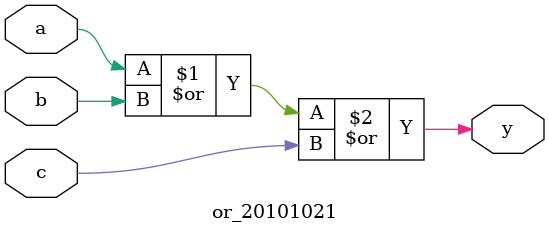
<source format=v>
module or_20101021(a, b, c, y);

input a, b, c;
output y;

or(y, a, b, c);

endmodule
</source>
